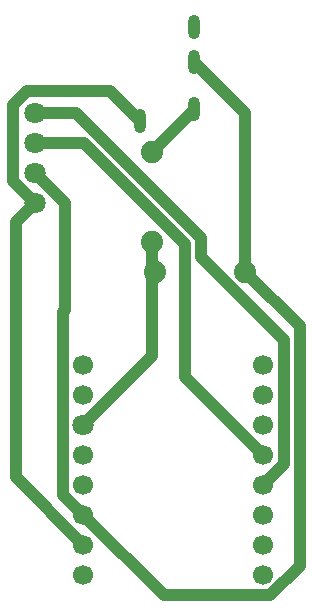
<source format=gbl>
G04 Layer: BottomLayer*
G04 EasyEDA v6.5.51, 2025-10-31 17:09:16*
G04 f6dffe4cc8584a6d9d5126acefccf2ee,324dd03f55b54ef1918ba81d68900132,10*
G04 Gerber Generator version 0.2*
G04 Scale: 100 percent, Rotated: No, Reflected: No *
G04 Dimensions in millimeters *
G04 leading zeros omitted , absolute positions ,4 integer and 5 decimal *
%FSLAX45Y45*%
%MOMM*%

%ADD10C,1.0000*%
%ADD11C,1.7000*%
%ADD12C,1.8800*%
%ADD13O,0.999998X2.099996*%
%ADD14C,1.8000*%
%ADD15C,0.0150*%

%LPD*%
D10*
X584197Y3657602D02*
G01*
X418774Y3492167D01*
X418774Y1333825D01*
X990605Y762002D01*
X1471777Y4349800D02*
G01*
X1220779Y4600801D01*
X515896Y4600801D01*
X399587Y4484504D01*
X399587Y3842212D01*
X584197Y3657602D01*
X584197Y4165602D02*
G01*
X1000277Y4165602D01*
X1856684Y3309195D01*
X1856684Y2181908D01*
X2514605Y1524002D01*
X1574805Y4089402D02*
G01*
X1931791Y4446404D01*
X1931791Y4449803D01*
X1931791Y4849802D02*
G01*
X2362205Y4419404D01*
X2362205Y3073402D01*
X584197Y3911602D02*
G01*
X836343Y3659456D01*
X836343Y2749750D01*
X820171Y2733578D01*
X820171Y1186436D01*
X990605Y1016002D01*
X990605Y1016002D02*
G01*
X1672435Y334164D01*
X2575895Y334164D01*
X2822950Y581230D01*
X2822950Y2612644D01*
X2362205Y3073402D01*
X584197Y4419602D02*
G01*
X930402Y4419602D01*
X1986897Y3363109D01*
X1986897Y3200712D01*
X2691945Y2495651D01*
X2691945Y1447337D01*
X2514605Y1270002D01*
X1574805Y3327402D02*
G01*
X1574805Y3213102D01*
X1574805Y3213102D02*
G01*
X1574805Y3098802D01*
X1600205Y3073402D01*
X1574805Y3213102D02*
G01*
X1574805Y2362202D01*
X990605Y1778002D01*
D11*
G01*
X990600Y2286000D03*
G01*
X990600Y2032000D03*
G01*
X990600Y1778000D03*
G01*
X990600Y1524000D03*
G01*
X990600Y1270000D03*
G01*
X990600Y1016000D03*
G01*
X990600Y762000D03*
G01*
X990600Y508000D03*
G01*
X2514600Y508000D03*
G01*
X2514600Y762000D03*
G01*
X2514600Y1016000D03*
G01*
X2514600Y1270000D03*
G01*
X2514600Y1524000D03*
G01*
X2514600Y1778000D03*
G01*
X2514600Y2032000D03*
G01*
X2514600Y2286000D03*
D12*
G01*
X1600200Y3073400D03*
G01*
X2362200Y3073400D03*
D13*
G01*
X1471790Y4349795D03*
G01*
X1931809Y4449795D03*
G01*
X1931809Y4849794D03*
G01*
X1931809Y5149794D03*
D14*
G01*
X584200Y3657592D03*
G01*
X584200Y3911592D03*
G01*
X584200Y4165592D03*
G01*
X584200Y4419592D03*
D12*
G01*
X1574797Y3327392D03*
G01*
X1574797Y4089392D03*
D14*
G01*
X990600Y1778000D03*
M02*

</source>
